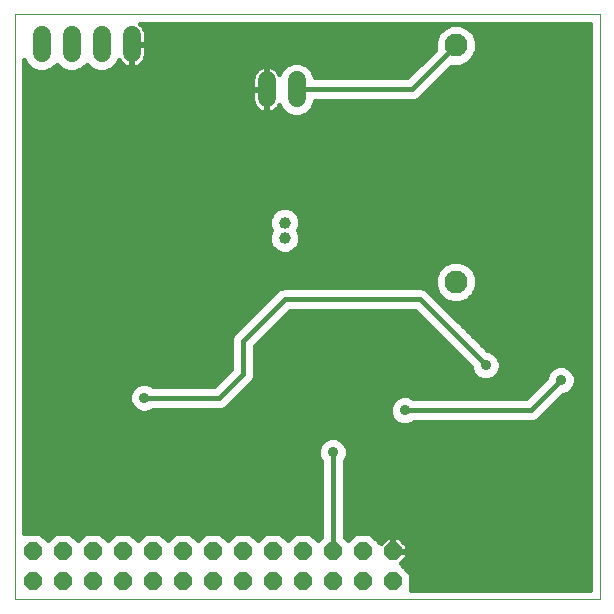
<source format=gbl>
G75*
%MOIN*%
%OFA0B0*%
%FSLAX25Y25*%
%IPPOS*%
%LPD*%
%AMOC8*
5,1,8,0,0,1.08239X$1,22.5*
%
%ADD10C,0.00000*%
%ADD11OC8,0.06000*%
%ADD12C,0.06000*%
%ADD13C,0.07677*%
%ADD14C,0.03969*%
%ADD15C,0.03562*%
%ADD16C,0.01600*%
D10*
X0001800Y0001800D02*
X0001800Y0196800D01*
X0196800Y0196800D01*
X0196800Y0001800D01*
X0001800Y0001800D01*
D11*
X0007800Y0007800D03*
X0007800Y0017800D03*
X0017800Y0017800D03*
X0017800Y0007800D03*
X0027800Y0007800D03*
X0027800Y0017800D03*
X0037800Y0017800D03*
X0037800Y0007800D03*
X0047800Y0007800D03*
X0047800Y0017800D03*
X0057800Y0017800D03*
X0057800Y0007800D03*
X0067800Y0007800D03*
X0067800Y0017800D03*
X0077800Y0017800D03*
X0077800Y0007800D03*
X0087800Y0007800D03*
X0087800Y0017800D03*
X0097800Y0017800D03*
X0097800Y0007800D03*
X0107800Y0007800D03*
X0107800Y0017800D03*
X0117800Y0017800D03*
X0117800Y0007800D03*
X0127800Y0007800D03*
X0127800Y0017800D03*
D12*
X0095800Y0168800D02*
X0095800Y0174800D01*
X0085800Y0174800D02*
X0085800Y0168800D01*
X0040800Y0183800D02*
X0040800Y0189800D01*
X0030800Y0189800D02*
X0030800Y0183800D01*
X0020800Y0183800D02*
X0020800Y0189800D01*
X0010800Y0189800D02*
X0010800Y0183800D01*
D13*
X0148800Y0186454D03*
X0148800Y0107713D03*
D14*
X0091800Y0122235D03*
X0091800Y0127365D03*
D15*
X0096800Y0086800D03*
X0131800Y0064800D03*
X0107800Y0050800D03*
X0083800Y0033600D03*
X0045000Y0069000D03*
X0029800Y0100800D03*
X0141800Y0033600D03*
X0168800Y0017800D03*
X0183800Y0074800D03*
X0158800Y0079800D03*
D16*
X0136800Y0101800D01*
X0091800Y0101800D01*
X0077800Y0087800D01*
X0077800Y0076800D01*
X0070000Y0069000D01*
X0045000Y0069000D01*
X0041215Y0065740D02*
X0005000Y0065740D01*
X0005000Y0064142D02*
X0043712Y0064142D01*
X0044009Y0064019D02*
X0045991Y0064019D01*
X0047822Y0064777D01*
X0048044Y0065000D01*
X0070796Y0065000D01*
X0072266Y0065609D01*
X0080066Y0073409D01*
X0081191Y0074534D01*
X0081800Y0076004D01*
X0081800Y0086143D01*
X0093457Y0097800D01*
X0135143Y0097800D01*
X0153819Y0079124D01*
X0153819Y0078809D01*
X0154577Y0076978D01*
X0155978Y0075577D01*
X0157809Y0074819D01*
X0159791Y0074819D01*
X0161622Y0075577D01*
X0163023Y0076978D01*
X0163781Y0078809D01*
X0163781Y0080791D01*
X0163023Y0082622D01*
X0161622Y0084023D01*
X0159791Y0084781D01*
X0159476Y0084781D01*
X0139066Y0105191D01*
X0137596Y0105800D01*
X0091004Y0105800D01*
X0089534Y0105191D01*
X0088409Y0104066D01*
X0074409Y0090066D01*
X0073800Y0088596D01*
X0073800Y0078457D01*
X0068343Y0073000D01*
X0048044Y0073000D01*
X0047822Y0073223D01*
X0045991Y0073981D01*
X0044009Y0073981D01*
X0042178Y0073223D01*
X0040777Y0071822D01*
X0040019Y0069991D01*
X0040019Y0068009D01*
X0040777Y0066178D01*
X0042178Y0064777D01*
X0044009Y0064019D01*
X0046288Y0064142D02*
X0126819Y0064142D01*
X0126819Y0063809D02*
X0127577Y0061978D01*
X0128978Y0060577D01*
X0130809Y0059819D01*
X0132791Y0059819D01*
X0134622Y0060577D01*
X0134844Y0060800D01*
X0174596Y0060800D01*
X0176066Y0061409D01*
X0184476Y0069819D01*
X0184791Y0069819D01*
X0186622Y0070577D01*
X0188023Y0071978D01*
X0188781Y0073809D01*
X0188781Y0075791D01*
X0188023Y0077622D01*
X0186622Y0079023D01*
X0184791Y0079781D01*
X0182809Y0079781D01*
X0180978Y0079023D01*
X0179577Y0077622D01*
X0178819Y0075791D01*
X0178819Y0075476D01*
X0172143Y0068800D01*
X0134844Y0068800D01*
X0134622Y0069023D01*
X0132791Y0069781D01*
X0130809Y0069781D01*
X0128978Y0069023D01*
X0127577Y0067622D01*
X0126819Y0065791D01*
X0126819Y0063809D01*
X0127343Y0062543D02*
X0005000Y0062543D01*
X0005000Y0060945D02*
X0128611Y0060945D01*
X0131800Y0064800D02*
X0173800Y0064800D01*
X0183800Y0074800D01*
X0188309Y0076930D02*
X0193600Y0076930D01*
X0193600Y0075332D02*
X0188781Y0075332D01*
X0188750Y0073733D02*
X0193600Y0073733D01*
X0193600Y0072134D02*
X0188087Y0072134D01*
X0186522Y0070536D02*
X0193600Y0070536D01*
X0193600Y0068937D02*
X0183594Y0068937D01*
X0181996Y0067339D02*
X0193600Y0067339D01*
X0193600Y0065740D02*
X0180397Y0065740D01*
X0178799Y0064142D02*
X0193600Y0064142D01*
X0193600Y0062543D02*
X0177200Y0062543D01*
X0174946Y0060945D02*
X0193600Y0060945D01*
X0193600Y0059346D02*
X0005000Y0059346D01*
X0005000Y0057748D02*
X0193600Y0057748D01*
X0193600Y0056149D02*
X0005000Y0056149D01*
X0005000Y0054551D02*
X0104507Y0054551D01*
X0104978Y0055023D02*
X0103577Y0053622D01*
X0102819Y0051791D01*
X0102819Y0049809D01*
X0103577Y0047978D01*
X0103800Y0047756D01*
X0103800Y0022568D01*
X0102800Y0021568D01*
X0100368Y0024000D01*
X0095232Y0024000D01*
X0092800Y0021568D01*
X0090368Y0024000D01*
X0085232Y0024000D01*
X0082800Y0021568D01*
X0080368Y0024000D01*
X0075232Y0024000D01*
X0072800Y0021568D01*
X0070368Y0024000D01*
X0065232Y0024000D01*
X0062800Y0021568D01*
X0060368Y0024000D01*
X0055232Y0024000D01*
X0052800Y0021568D01*
X0050368Y0024000D01*
X0045232Y0024000D01*
X0042800Y0021568D01*
X0040368Y0024000D01*
X0035232Y0024000D01*
X0032800Y0021568D01*
X0030368Y0024000D01*
X0025232Y0024000D01*
X0022800Y0021568D01*
X0020368Y0024000D01*
X0015232Y0024000D01*
X0012800Y0021568D01*
X0010368Y0024000D01*
X0005232Y0024000D01*
X0005000Y0023768D01*
X0005000Y0181601D01*
X0005544Y0180288D01*
X0007288Y0178544D01*
X0009567Y0177600D01*
X0012033Y0177600D01*
X0014312Y0178544D01*
X0015800Y0180032D01*
X0017288Y0178544D01*
X0019567Y0177600D01*
X0022033Y0177600D01*
X0024312Y0178544D01*
X0025800Y0180032D01*
X0027288Y0178544D01*
X0029567Y0177600D01*
X0032033Y0177600D01*
X0034312Y0178544D01*
X0036056Y0180288D01*
X0036570Y0181529D01*
X0036695Y0181284D01*
X0037139Y0180673D01*
X0037673Y0180139D01*
X0038284Y0179695D01*
X0038957Y0179352D01*
X0039676Y0179118D01*
X0040422Y0179000D01*
X0040600Y0179000D01*
X0040600Y0186600D01*
X0041000Y0186600D01*
X0041000Y0187000D01*
X0045600Y0187000D01*
X0045600Y0190178D01*
X0045482Y0190924D01*
X0045248Y0191643D01*
X0044905Y0192316D01*
X0044461Y0192927D01*
X0043927Y0193461D01*
X0043736Y0193600D01*
X0193600Y0193600D01*
X0193600Y0005000D01*
X0133768Y0005000D01*
X0134000Y0005232D01*
X0134000Y0010368D01*
X0130578Y0013790D01*
X0132600Y0015812D01*
X0132600Y0017600D01*
X0128000Y0017600D01*
X0128000Y0018000D01*
X0127600Y0018000D01*
X0127600Y0022600D01*
X0125812Y0022600D01*
X0123790Y0020578D01*
X0120368Y0024000D01*
X0115232Y0024000D01*
X0112800Y0021568D01*
X0111800Y0022568D01*
X0111800Y0047756D01*
X0112023Y0047978D01*
X0112781Y0049809D01*
X0112781Y0051791D01*
X0112023Y0053622D01*
X0110622Y0055023D01*
X0108791Y0055781D01*
X0106809Y0055781D01*
X0104978Y0055023D01*
X0103300Y0052952D02*
X0005000Y0052952D01*
X0005000Y0051354D02*
X0102819Y0051354D01*
X0102841Y0049755D02*
X0005000Y0049755D01*
X0005000Y0048157D02*
X0103503Y0048157D01*
X0103800Y0046558D02*
X0005000Y0046558D01*
X0005000Y0044960D02*
X0103800Y0044960D01*
X0103800Y0043361D02*
X0005000Y0043361D01*
X0005000Y0041763D02*
X0103800Y0041763D01*
X0103800Y0040164D02*
X0005000Y0040164D01*
X0005000Y0038566D02*
X0103800Y0038566D01*
X0103800Y0036967D02*
X0005000Y0036967D01*
X0005000Y0035369D02*
X0103800Y0035369D01*
X0103800Y0033770D02*
X0005000Y0033770D01*
X0005000Y0032172D02*
X0103800Y0032172D01*
X0103800Y0030573D02*
X0005000Y0030573D01*
X0005000Y0028975D02*
X0103800Y0028975D01*
X0103800Y0027376D02*
X0005000Y0027376D01*
X0005000Y0025778D02*
X0103800Y0025778D01*
X0103800Y0024179D02*
X0005000Y0024179D01*
X0011787Y0022581D02*
X0013813Y0022581D01*
X0021787Y0022581D02*
X0023813Y0022581D01*
X0031787Y0022581D02*
X0033813Y0022581D01*
X0041787Y0022581D02*
X0043813Y0022581D01*
X0051787Y0022581D02*
X0053813Y0022581D01*
X0061787Y0022581D02*
X0063813Y0022581D01*
X0071787Y0022581D02*
X0073813Y0022581D01*
X0081787Y0022581D02*
X0083813Y0022581D01*
X0091787Y0022581D02*
X0093813Y0022581D01*
X0101787Y0022581D02*
X0103800Y0022581D01*
X0107800Y0017800D02*
X0107800Y0050800D01*
X0112300Y0052952D02*
X0193600Y0052952D01*
X0193600Y0051354D02*
X0112781Y0051354D01*
X0112759Y0049755D02*
X0193600Y0049755D01*
X0193600Y0048157D02*
X0112097Y0048157D01*
X0111800Y0046558D02*
X0193600Y0046558D01*
X0193600Y0044960D02*
X0111800Y0044960D01*
X0111800Y0043361D02*
X0193600Y0043361D01*
X0193600Y0041763D02*
X0111800Y0041763D01*
X0111800Y0040164D02*
X0193600Y0040164D01*
X0193600Y0038566D02*
X0111800Y0038566D01*
X0111800Y0036967D02*
X0193600Y0036967D01*
X0193600Y0035369D02*
X0111800Y0035369D01*
X0111800Y0033770D02*
X0193600Y0033770D01*
X0193600Y0032172D02*
X0111800Y0032172D01*
X0111800Y0030573D02*
X0193600Y0030573D01*
X0193600Y0028975D02*
X0111800Y0028975D01*
X0111800Y0027376D02*
X0193600Y0027376D01*
X0193600Y0025778D02*
X0111800Y0025778D01*
X0111800Y0024179D02*
X0193600Y0024179D01*
X0193600Y0022581D02*
X0129808Y0022581D01*
X0129788Y0022600D02*
X0128000Y0022600D01*
X0128000Y0018000D01*
X0132600Y0018000D01*
X0132600Y0019788D01*
X0129788Y0022600D01*
X0128000Y0022581D02*
X0127600Y0022581D01*
X0127600Y0020982D02*
X0128000Y0020982D01*
X0128000Y0019384D02*
X0127600Y0019384D01*
X0128000Y0017785D02*
X0193600Y0017785D01*
X0193600Y0016187D02*
X0132600Y0016187D01*
X0131376Y0014588D02*
X0193600Y0014588D01*
X0193600Y0012990D02*
X0131379Y0012990D01*
X0132977Y0011391D02*
X0193600Y0011391D01*
X0193600Y0009793D02*
X0134000Y0009793D01*
X0134000Y0008194D02*
X0193600Y0008194D01*
X0193600Y0006596D02*
X0134000Y0006596D01*
X0132600Y0019384D02*
X0193600Y0019384D01*
X0193600Y0020982D02*
X0131406Y0020982D01*
X0125792Y0022581D02*
X0121787Y0022581D01*
X0123386Y0020982D02*
X0124194Y0020982D01*
X0113813Y0022581D02*
X0111800Y0022581D01*
X0111093Y0054551D02*
X0193600Y0054551D01*
X0175478Y0072134D02*
X0078791Y0072134D01*
X0077193Y0070536D02*
X0173879Y0070536D01*
X0172281Y0068937D02*
X0134707Y0068937D01*
X0128893Y0068937D02*
X0075594Y0068937D01*
X0073996Y0067339D02*
X0127460Y0067339D01*
X0126819Y0065740D02*
X0072397Y0065740D01*
X0069076Y0073733D02*
X0046590Y0073733D01*
X0043410Y0073733D02*
X0005000Y0073733D01*
X0005000Y0072134D02*
X0041090Y0072134D01*
X0040245Y0070536D02*
X0005000Y0070536D01*
X0005000Y0068937D02*
X0040019Y0068937D01*
X0040297Y0067339D02*
X0005000Y0067339D01*
X0005000Y0075332D02*
X0070675Y0075332D01*
X0072273Y0076930D02*
X0005000Y0076930D01*
X0005000Y0078529D02*
X0073800Y0078529D01*
X0073800Y0080127D02*
X0005000Y0080127D01*
X0005000Y0081726D02*
X0073800Y0081726D01*
X0073800Y0083324D02*
X0005000Y0083324D01*
X0005000Y0084923D02*
X0073800Y0084923D01*
X0073800Y0086521D02*
X0005000Y0086521D01*
X0005000Y0088120D02*
X0073800Y0088120D01*
X0074265Y0089718D02*
X0005000Y0089718D01*
X0005000Y0091317D02*
X0075660Y0091317D01*
X0077258Y0092915D02*
X0005000Y0092915D01*
X0005000Y0094514D02*
X0078857Y0094514D01*
X0080455Y0096112D02*
X0005000Y0096112D01*
X0005000Y0097711D02*
X0082054Y0097711D01*
X0083652Y0099309D02*
X0005000Y0099309D01*
X0005000Y0100908D02*
X0085251Y0100908D01*
X0086849Y0102506D02*
X0005000Y0102506D01*
X0005000Y0104105D02*
X0088448Y0104105D01*
X0090771Y0105703D02*
X0005000Y0105703D01*
X0005000Y0107302D02*
X0141761Y0107302D01*
X0141761Y0106313D02*
X0141761Y0109113D01*
X0142833Y0111700D01*
X0144813Y0113680D01*
X0147400Y0114752D01*
X0150200Y0114752D01*
X0152787Y0113680D01*
X0154767Y0111700D01*
X0155839Y0109113D01*
X0155839Y0106313D01*
X0154767Y0103726D01*
X0152787Y0101746D01*
X0150200Y0100675D01*
X0147400Y0100675D01*
X0144813Y0101746D01*
X0142833Y0103726D01*
X0141761Y0106313D01*
X0142014Y0105703D02*
X0137829Y0105703D01*
X0140152Y0104105D02*
X0142676Y0104105D01*
X0141751Y0102506D02*
X0144053Y0102506D01*
X0143349Y0100908D02*
X0146838Y0100908D01*
X0144948Y0099309D02*
X0193600Y0099309D01*
X0193600Y0097711D02*
X0146546Y0097711D01*
X0148145Y0096112D02*
X0193600Y0096112D01*
X0193600Y0094514D02*
X0149743Y0094514D01*
X0151342Y0092915D02*
X0193600Y0092915D01*
X0193600Y0091317D02*
X0152940Y0091317D01*
X0154539Y0089718D02*
X0193600Y0089718D01*
X0193600Y0088120D02*
X0156137Y0088120D01*
X0157736Y0086521D02*
X0193600Y0086521D01*
X0193600Y0084923D02*
X0159334Y0084923D01*
X0162320Y0083324D02*
X0193600Y0083324D01*
X0193600Y0081726D02*
X0163394Y0081726D01*
X0163781Y0080127D02*
X0193600Y0080127D01*
X0193600Y0078529D02*
X0187116Y0078529D01*
X0180484Y0078529D02*
X0163665Y0078529D01*
X0162974Y0076930D02*
X0179291Y0076930D01*
X0178675Y0075332D02*
X0161028Y0075332D01*
X0156572Y0075332D02*
X0081521Y0075332D01*
X0081800Y0076930D02*
X0154626Y0076930D01*
X0153935Y0078529D02*
X0081800Y0078529D01*
X0081800Y0080127D02*
X0152816Y0080127D01*
X0151218Y0081726D02*
X0081800Y0081726D01*
X0081800Y0083324D02*
X0149619Y0083324D01*
X0148021Y0084923D02*
X0081800Y0084923D01*
X0082178Y0086521D02*
X0146422Y0086521D01*
X0144824Y0088120D02*
X0083776Y0088120D01*
X0085375Y0089718D02*
X0143225Y0089718D01*
X0141627Y0091317D02*
X0086973Y0091317D01*
X0088572Y0092915D02*
X0140028Y0092915D01*
X0138429Y0094514D02*
X0090171Y0094514D01*
X0091769Y0096112D02*
X0136831Y0096112D01*
X0135232Y0097711D02*
X0093368Y0097711D01*
X0092831Y0117050D02*
X0090769Y0117050D01*
X0088863Y0117840D01*
X0087405Y0119298D01*
X0086616Y0121203D01*
X0086616Y0123266D01*
X0087251Y0124800D01*
X0086616Y0126334D01*
X0086616Y0128397D01*
X0087405Y0130302D01*
X0088863Y0131760D01*
X0090769Y0132550D01*
X0092831Y0132550D01*
X0094737Y0131760D01*
X0096195Y0130302D01*
X0096984Y0128397D01*
X0096984Y0126334D01*
X0096349Y0124800D01*
X0096984Y0123266D01*
X0096984Y0121203D01*
X0096195Y0119298D01*
X0094737Y0117840D01*
X0092831Y0117050D01*
X0095388Y0118491D02*
X0193600Y0118491D01*
X0193600Y0116893D02*
X0005000Y0116893D01*
X0005000Y0118491D02*
X0088212Y0118491D01*
X0087077Y0120090D02*
X0005000Y0120090D01*
X0005000Y0121688D02*
X0086616Y0121688D01*
X0086624Y0123287D02*
X0005000Y0123287D01*
X0005000Y0124885D02*
X0087216Y0124885D01*
X0086616Y0126484D02*
X0005000Y0126484D01*
X0005000Y0128082D02*
X0086616Y0128082D01*
X0087148Y0129681D02*
X0005000Y0129681D01*
X0005000Y0131279D02*
X0088382Y0131279D01*
X0095218Y0131279D02*
X0193600Y0131279D01*
X0193600Y0129681D02*
X0096452Y0129681D01*
X0096984Y0128082D02*
X0193600Y0128082D01*
X0193600Y0126484D02*
X0096984Y0126484D01*
X0096384Y0124885D02*
X0193600Y0124885D01*
X0193600Y0123287D02*
X0096976Y0123287D01*
X0096984Y0121688D02*
X0193600Y0121688D01*
X0193600Y0120090D02*
X0096523Y0120090D01*
X0097033Y0162600D02*
X0094567Y0162600D01*
X0092288Y0163544D01*
X0090544Y0165288D01*
X0090030Y0166529D01*
X0089905Y0166284D01*
X0089461Y0165673D01*
X0088927Y0165139D01*
X0088316Y0164695D01*
X0087643Y0164352D01*
X0086924Y0164118D01*
X0086178Y0164000D01*
X0086000Y0164000D01*
X0086000Y0171600D01*
X0085600Y0171600D01*
X0081000Y0171600D01*
X0081000Y0168422D01*
X0081118Y0167676D01*
X0081352Y0166957D01*
X0081695Y0166284D01*
X0082139Y0165673D01*
X0082673Y0165139D01*
X0083284Y0164695D01*
X0083957Y0164352D01*
X0084676Y0164118D01*
X0085422Y0164000D01*
X0085600Y0164000D01*
X0085600Y0171600D01*
X0085600Y0172000D01*
X0085600Y0179600D01*
X0085422Y0179600D01*
X0084676Y0179482D01*
X0083957Y0179248D01*
X0083284Y0178905D01*
X0082673Y0178461D01*
X0082139Y0177927D01*
X0081695Y0177316D01*
X0081352Y0176643D01*
X0081118Y0175924D01*
X0081000Y0175178D01*
X0081000Y0172000D01*
X0085600Y0172000D01*
X0086000Y0172000D01*
X0086000Y0179600D01*
X0086178Y0179600D01*
X0086924Y0179482D01*
X0087643Y0179248D01*
X0088316Y0178905D01*
X0088927Y0178461D01*
X0089461Y0177927D01*
X0089905Y0177316D01*
X0090030Y0177071D01*
X0090544Y0178312D01*
X0092288Y0180056D01*
X0094567Y0181000D01*
X0097033Y0181000D01*
X0099312Y0180056D01*
X0101056Y0178312D01*
X0102000Y0176033D01*
X0102000Y0175800D01*
X0132490Y0175800D01*
X0141761Y0185072D01*
X0141761Y0187854D01*
X0142833Y0190441D01*
X0144813Y0192421D01*
X0147400Y0193492D01*
X0150200Y0193492D01*
X0152787Y0192421D01*
X0154767Y0190441D01*
X0155839Y0187854D01*
X0155839Y0185053D01*
X0154767Y0182466D01*
X0152787Y0180487D01*
X0150200Y0179415D01*
X0147418Y0179415D01*
X0137537Y0169534D01*
X0136412Y0168409D01*
X0134942Y0167800D01*
X0102000Y0167800D01*
X0102000Y0167567D01*
X0101056Y0165288D01*
X0099312Y0163544D01*
X0097033Y0162600D01*
X0098602Y0163250D02*
X0193600Y0163250D01*
X0193600Y0164848D02*
X0100616Y0164848D01*
X0101536Y0166447D02*
X0193600Y0166447D01*
X0193600Y0168045D02*
X0135534Y0168045D01*
X0137647Y0169644D02*
X0193600Y0169644D01*
X0193600Y0171242D02*
X0139246Y0171242D01*
X0140844Y0172841D02*
X0193600Y0172841D01*
X0193600Y0174439D02*
X0142443Y0174439D01*
X0144041Y0176038D02*
X0193600Y0176038D01*
X0193600Y0177636D02*
X0145640Y0177636D01*
X0147238Y0179235D02*
X0193600Y0179235D01*
X0193600Y0180833D02*
X0153134Y0180833D01*
X0154732Y0182432D02*
X0193600Y0182432D01*
X0193600Y0184030D02*
X0155415Y0184030D01*
X0155839Y0185629D02*
X0193600Y0185629D01*
X0193600Y0187227D02*
X0155839Y0187227D01*
X0155436Y0188826D02*
X0193600Y0188826D01*
X0193600Y0190424D02*
X0154774Y0190424D01*
X0153185Y0192023D02*
X0193600Y0192023D01*
X0193600Y0161651D02*
X0005000Y0161651D01*
X0005000Y0160053D02*
X0193600Y0160053D01*
X0193600Y0158454D02*
X0005000Y0158454D01*
X0005000Y0156856D02*
X0193600Y0156856D01*
X0193600Y0155257D02*
X0005000Y0155257D01*
X0005000Y0153659D02*
X0193600Y0153659D01*
X0193600Y0152060D02*
X0005000Y0152060D01*
X0005000Y0150462D02*
X0193600Y0150462D01*
X0193600Y0148863D02*
X0005000Y0148863D01*
X0005000Y0147265D02*
X0193600Y0147265D01*
X0193600Y0145666D02*
X0005000Y0145666D01*
X0005000Y0144068D02*
X0193600Y0144068D01*
X0193600Y0142469D02*
X0005000Y0142469D01*
X0005000Y0140870D02*
X0193600Y0140870D01*
X0193600Y0139272D02*
X0005000Y0139272D01*
X0005000Y0137673D02*
X0193600Y0137673D01*
X0193600Y0136075D02*
X0005000Y0136075D01*
X0005000Y0134476D02*
X0193600Y0134476D01*
X0193600Y0132878D02*
X0005000Y0132878D01*
X0005000Y0115294D02*
X0193600Y0115294D01*
X0193600Y0113696D02*
X0152750Y0113696D01*
X0154370Y0112097D02*
X0193600Y0112097D01*
X0193600Y0110499D02*
X0155265Y0110499D01*
X0155839Y0108900D02*
X0193600Y0108900D01*
X0193600Y0107302D02*
X0155839Y0107302D01*
X0155586Y0105703D02*
X0193600Y0105703D01*
X0193600Y0104105D02*
X0154924Y0104105D01*
X0153547Y0102506D02*
X0193600Y0102506D01*
X0193600Y0100908D02*
X0150762Y0100908D01*
X0141761Y0108900D02*
X0005000Y0108900D01*
X0005000Y0110499D02*
X0142335Y0110499D01*
X0143230Y0112097D02*
X0005000Y0112097D01*
X0005000Y0113696D02*
X0144850Y0113696D01*
X0177076Y0073733D02*
X0080390Y0073733D01*
X0092998Y0163250D02*
X0005000Y0163250D01*
X0005000Y0164848D02*
X0083073Y0164848D01*
X0081612Y0166447D02*
X0005000Y0166447D01*
X0005000Y0168045D02*
X0081060Y0168045D01*
X0081000Y0169644D02*
X0005000Y0169644D01*
X0005000Y0171242D02*
X0081000Y0171242D01*
X0081000Y0172841D02*
X0005000Y0172841D01*
X0005000Y0174439D02*
X0081000Y0174439D01*
X0081155Y0176038D02*
X0005000Y0176038D01*
X0005000Y0177636D02*
X0009479Y0177636D01*
X0006597Y0179235D02*
X0005000Y0179235D01*
X0005000Y0180833D02*
X0005318Y0180833D01*
X0012121Y0177636D02*
X0019479Y0177636D01*
X0022121Y0177636D02*
X0029479Y0177636D01*
X0032121Y0177636D02*
X0081928Y0177636D01*
X0083931Y0179235D02*
X0042283Y0179235D01*
X0041924Y0179118D02*
X0042643Y0179352D01*
X0043316Y0179695D01*
X0043927Y0180139D01*
X0044461Y0180673D01*
X0044905Y0181284D01*
X0045248Y0181957D01*
X0045482Y0182676D01*
X0045600Y0183422D01*
X0045600Y0186600D01*
X0041000Y0186600D01*
X0041000Y0179000D01*
X0041178Y0179000D01*
X0041924Y0179118D01*
X0041000Y0179235D02*
X0040600Y0179235D01*
X0039317Y0179235D02*
X0035003Y0179235D01*
X0036282Y0180833D02*
X0037022Y0180833D01*
X0040600Y0180833D02*
X0041000Y0180833D01*
X0041000Y0182432D02*
X0040600Y0182432D01*
X0040600Y0184030D02*
X0041000Y0184030D01*
X0041000Y0185629D02*
X0040600Y0185629D01*
X0045600Y0185629D02*
X0141761Y0185629D01*
X0141761Y0187227D02*
X0045600Y0187227D01*
X0045600Y0188826D02*
X0142164Y0188826D01*
X0142826Y0190424D02*
X0045561Y0190424D01*
X0045055Y0192023D02*
X0144415Y0192023D01*
X0148800Y0186454D02*
X0134146Y0171800D01*
X0095800Y0171800D01*
X0101998Y0176038D02*
X0132727Y0176038D01*
X0134326Y0177636D02*
X0101336Y0177636D01*
X0100133Y0179235D02*
X0135924Y0179235D01*
X0137523Y0180833D02*
X0097436Y0180833D01*
X0094164Y0180833D02*
X0044578Y0180833D01*
X0045402Y0182432D02*
X0139121Y0182432D01*
X0140720Y0184030D02*
X0045600Y0184030D01*
X0026597Y0179235D02*
X0025003Y0179235D01*
X0016597Y0179235D02*
X0015003Y0179235D01*
X0085600Y0179235D02*
X0086000Y0179235D01*
X0086000Y0177636D02*
X0085600Y0177636D01*
X0085600Y0176038D02*
X0086000Y0176038D01*
X0086000Y0174439D02*
X0085600Y0174439D01*
X0085600Y0172841D02*
X0086000Y0172841D01*
X0086000Y0171242D02*
X0085600Y0171242D01*
X0085600Y0169644D02*
X0086000Y0169644D01*
X0086000Y0168045D02*
X0085600Y0168045D01*
X0085600Y0166447D02*
X0086000Y0166447D01*
X0086000Y0164848D02*
X0085600Y0164848D01*
X0088527Y0164848D02*
X0090984Y0164848D01*
X0090064Y0166447D02*
X0089988Y0166447D01*
X0090264Y0177636D02*
X0089672Y0177636D01*
X0091467Y0179235D02*
X0087669Y0179235D01*
M02*

</source>
